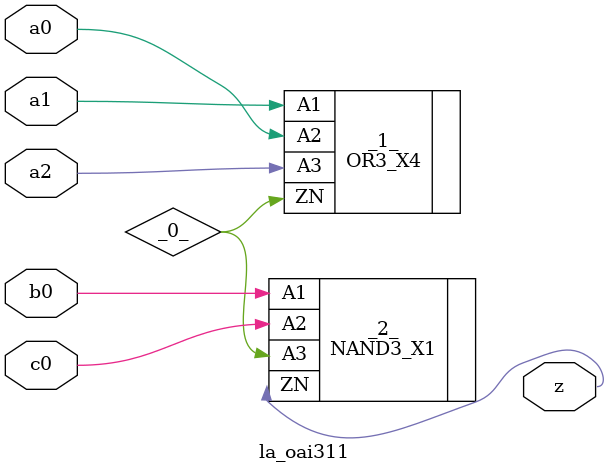
<source format=v>

/* Generated by Yosys 0.37 (git sha1 a5c7f69ed, clang 14.0.0-1ubuntu1.1 -fPIC -Os) */

module la_oai311(a0, a1, a2, b0, c0, z);
  wire _0_;
  input a0;
  wire a0;
  input a1;
  wire a1;
  input a2;
  wire a2;
  input b0;
  wire b0;
  input c0;
  wire c0;
  output z;
  wire z;
  OR3_X4 _1_ (
    .A1(a1),
    .A2(a0),
    .A3(a2),
    .ZN(_0_)
  );
  NAND3_X1 _2_ (
    .A1(b0),
    .A2(c0),
    .A3(_0_),
    .ZN(z)
  );
endmodule

</source>
